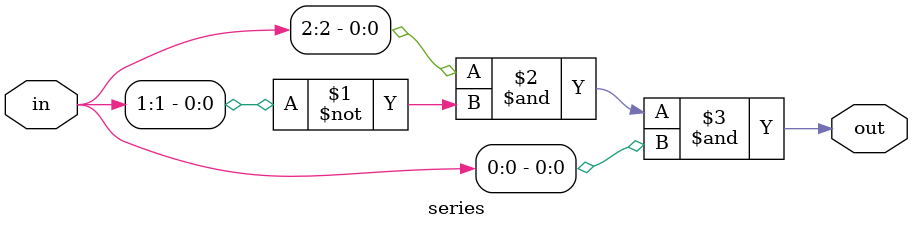
<source format=v>

module series(
	input wire [2:0] in,
	output wire out
);

// detect 101
assign out = (in[2] & (~in[1]) & in[0]);

endmodule


</source>
